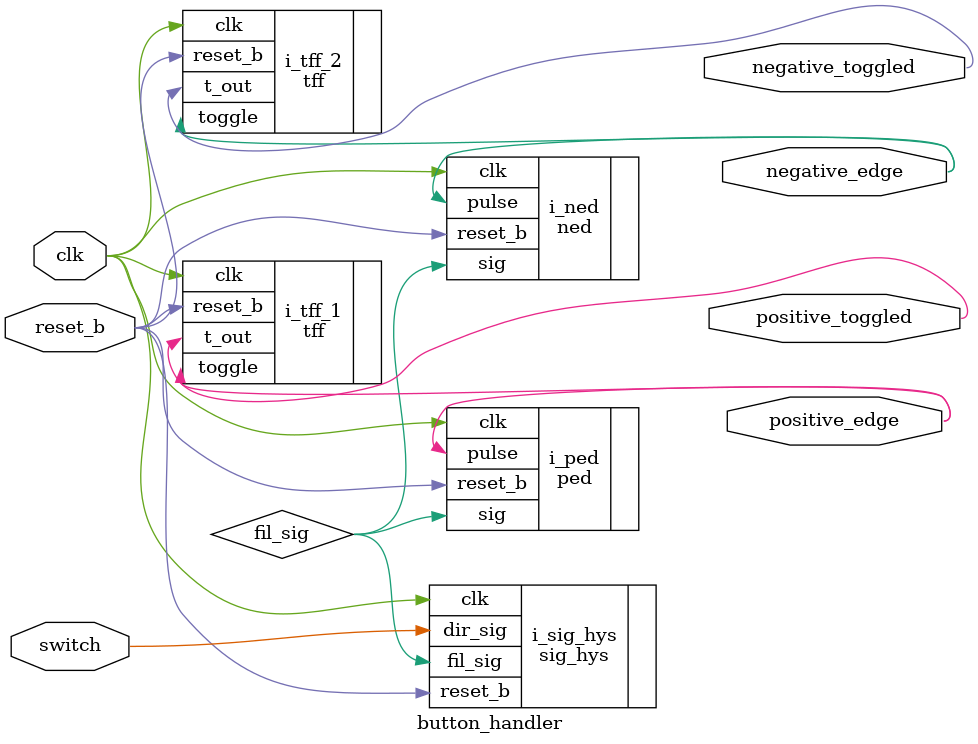
<source format=v>


`timescale 1ns/1ns 

module button_handler (
    ///////////////////////////////
    // Global Signals
    ///////////////////////////////
    input  wire clk,             // 50MHz Clock
    input  wire reset_b,         // Active-Low Reset. All LEDs should glow when asserted.
    //////////////////////////////
    //
    //////////////////////////////
    input  wire switch,			//
    output wire positive_edge,	//
    output wire positive_toggled,	//
    output wire negative_edge,	//
    output wire negative_toggled);	//

    parameter TURN_ON_CLOCK_COUNT = 7;
    parameter TURN_OFF_CLOCK_COUNT = 10;

   /***********************************************************
    * Signal Declaration                                      *
    ***********************************************************/

   wire fil_sig;

   /***********************************************************
    * Combinational Logic                                     *
    ***********************************************************/

   /***********************************************************
    * Synchronous Logic                                       *
    ***********************************************************/

   /***********************************************************
    * Module Instantiation                                    *
    ***********************************************************/

   sig_hys
      // While there are a total of six parameters inside of the sig_hys module
      // 
      #(.TURN_ON_CLOCK_COUNT  (32'd60000),
        .TURN_OFF_CLOCK_COUNT (32'd35000))
      i_sig_hys
         (.clk                  (clk),               // I
          .reset_b              (reset_b),           // I
          .dir_sig              (switch),            // I
          .fil_sig              (fil_sig));          // O

   ped
      i_ped
         (.clk                  (clk),               // I
          .reset_b              (reset_b),           // I
          .sig                  (fil_sig),           // I
          .pulse                (positive_edge));    // O

   ned
      i_ned
          (.clk                  (clk),               // I
           .reset_b              (reset_b),           // I
           .sig                  (fil_sig),           // I
           .pulse                (negative_edge));    // O

   tff
      i_tff_1
          (.clk                  (clk),               // I
           .reset_b              (reset_b),           // I
           .toggle               (positive_edge),     // I
           .t_out                (positive_toggled)); // O

   tff
      i_tff_2
          (.clk                  (clk),               // I
           .reset_b              (reset_b),           // I
           .toggle               (negative_edge),     // I
           .t_out                (negative_toggled)); // O

endmodule


</source>
